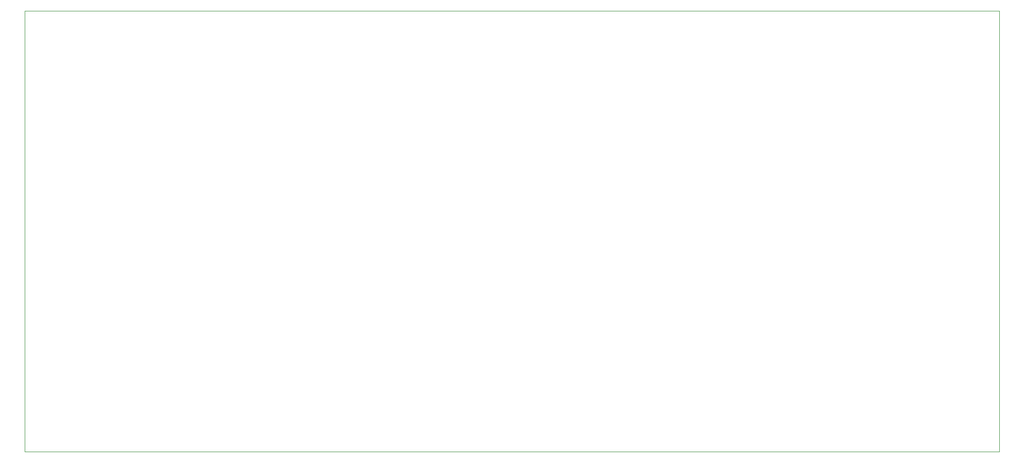
<source format=gbr>
%TF.GenerationSoftware,KiCad,Pcbnew,8.0.1*%
%TF.CreationDate,2025-12-10T21:43:10+01:00*%
%TF.ProjectId,USB2hub,55534232-6875-4622-9e6b-696361645f70,rev?*%
%TF.SameCoordinates,Original*%
%TF.FileFunction,Profile,NP*%
%FSLAX46Y46*%
G04 Gerber Fmt 4.6, Leading zero omitted, Abs format (unit mm)*
G04 Created by KiCad (PCBNEW 8.0.1) date 2025-12-10 21:43:10*
%MOMM*%
%LPD*%
G01*
G04 APERTURE LIST*
%TA.AperFunction,Profile*%
%ADD10C,0.050000*%
%TD*%
G04 APERTURE END LIST*
D10*
X16725000Y-22700000D02*
X183675000Y-22700000D01*
X183675000Y-98225000D01*
X16725000Y-98225000D01*
X16725000Y-22700000D01*
M02*

</source>
